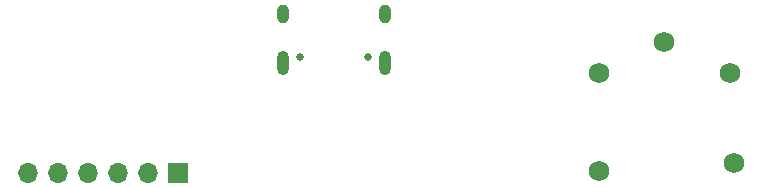
<source format=gbr>
%TF.GenerationSoftware,KiCad,Pcbnew,(6.0.9)*%
%TF.CreationDate,2022-11-05T18:14:27+01:00*%
%TF.ProjectId,pcb,7063622e-6b69-4636-9164-5f7063625858,rev?*%
%TF.SameCoordinates,Original*%
%TF.FileFunction,Soldermask,Bot*%
%TF.FilePolarity,Negative*%
%FSLAX46Y46*%
G04 Gerber Fmt 4.6, Leading zero omitted, Abs format (unit mm)*
G04 Created by KiCad (PCBNEW (6.0.9)) date 2022-11-05 18:14:27*
%MOMM*%
%LPD*%
G01*
G04 APERTURE LIST*
%ADD10R,1.700000X1.700000*%
%ADD11O,1.700000X1.700000*%
%ADD12C,1.750000*%
%ADD13C,0.650000*%
%ADD14O,1.000000X1.600000*%
%ADD15O,1.000000X2.100000*%
G04 APERTURE END LIST*
D10*
%TO.C,J2*%
X151892000Y-103378000D03*
D11*
X149352000Y-103378000D03*
X146812000Y-103378000D03*
X144272000Y-103378000D03*
X141732000Y-103378000D03*
X139192000Y-103378000D03*
%TD*%
D12*
%TO.C,SW1*%
X187490000Y-94910000D03*
X198590000Y-94910000D03*
X193040000Y-92210000D03*
X198990000Y-102510000D03*
X187490000Y-103210000D03*
%TD*%
D13*
%TO.C,J1*%
X162210000Y-93532000D03*
X167990000Y-93532000D03*
D14*
X169420000Y-89882000D03*
D15*
X169420000Y-94062000D03*
X160780000Y-94062000D03*
D14*
X160780000Y-89882000D03*
%TD*%
M02*

</source>
